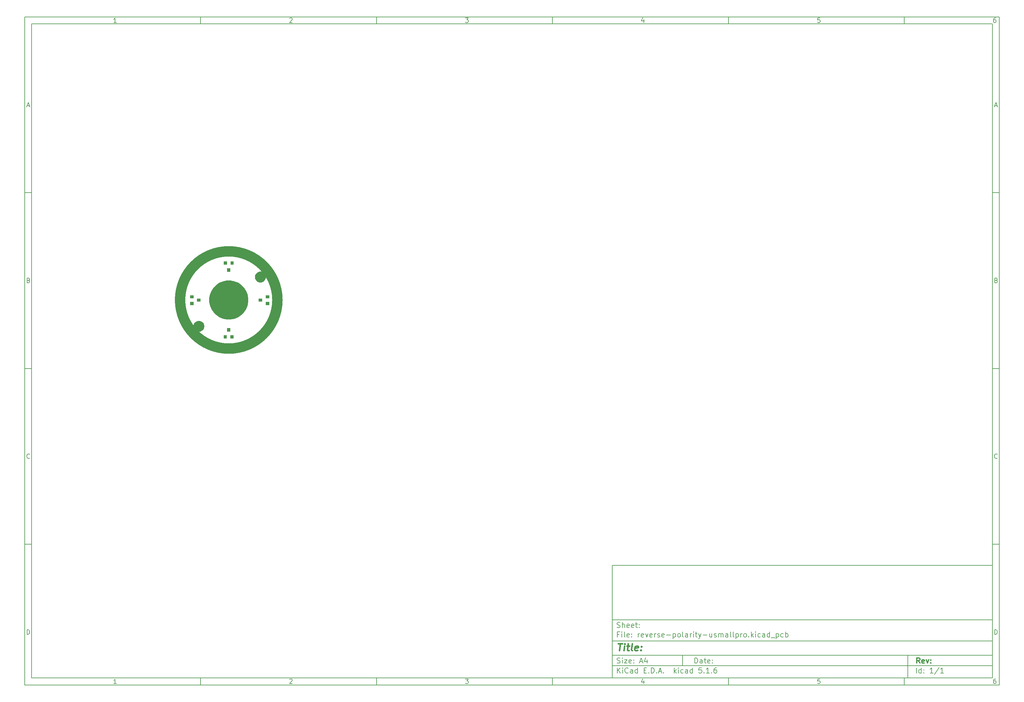
<source format=gbr>
G04 #@! TF.GenerationSoftware,KiCad,Pcbnew,5.1.6*
G04 #@! TF.CreationDate,2020-09-05T15:35:29+02:00*
G04 #@! TF.ProjectId,reverse-polarity-usmallpro,72657665-7273-4652-9d70-6f6c61726974,rev?*
G04 #@! TF.SameCoordinates,Original*
G04 #@! TF.FileFunction,Soldermask,Top*
G04 #@! TF.FilePolarity,Negative*
%FSLAX46Y46*%
G04 Gerber Fmt 4.6, Leading zero omitted, Abs format (unit mm)*
G04 Created by KiCad (PCBNEW 5.1.6) date 2020-09-05 15:35:29*
%MOMM*%
%LPD*%
G01*
G04 APERTURE LIST*
%ADD10C,0.100000*%
%ADD11C,0.150000*%
%ADD12C,0.300000*%
%ADD13C,0.400000*%
%ADD14C,3.000000*%
G04 APERTURE END LIST*
D10*
D11*
X177002200Y-166007200D02*
X177002200Y-198007200D01*
X285002200Y-198007200D01*
X285002200Y-166007200D01*
X177002200Y-166007200D01*
D10*
D11*
X10000000Y-10000000D02*
X10000000Y-200007200D01*
X287002200Y-200007200D01*
X287002200Y-10000000D01*
X10000000Y-10000000D01*
D10*
D11*
X12000000Y-12000000D02*
X12000000Y-198007200D01*
X285002200Y-198007200D01*
X285002200Y-12000000D01*
X12000000Y-12000000D01*
D10*
D11*
X60000000Y-12000000D02*
X60000000Y-10000000D01*
D10*
D11*
X110000000Y-12000000D02*
X110000000Y-10000000D01*
D10*
D11*
X160000000Y-12000000D02*
X160000000Y-10000000D01*
D10*
D11*
X210000000Y-12000000D02*
X210000000Y-10000000D01*
D10*
D11*
X260000000Y-12000000D02*
X260000000Y-10000000D01*
D10*
D11*
X36065476Y-11588095D02*
X35322619Y-11588095D01*
X35694047Y-11588095D02*
X35694047Y-10288095D01*
X35570238Y-10473809D01*
X35446428Y-10597619D01*
X35322619Y-10659523D01*
D10*
D11*
X85322619Y-10411904D02*
X85384523Y-10350000D01*
X85508333Y-10288095D01*
X85817857Y-10288095D01*
X85941666Y-10350000D01*
X86003571Y-10411904D01*
X86065476Y-10535714D01*
X86065476Y-10659523D01*
X86003571Y-10845238D01*
X85260714Y-11588095D01*
X86065476Y-11588095D01*
D10*
D11*
X135260714Y-10288095D02*
X136065476Y-10288095D01*
X135632142Y-10783333D01*
X135817857Y-10783333D01*
X135941666Y-10845238D01*
X136003571Y-10907142D01*
X136065476Y-11030952D01*
X136065476Y-11340476D01*
X136003571Y-11464285D01*
X135941666Y-11526190D01*
X135817857Y-11588095D01*
X135446428Y-11588095D01*
X135322619Y-11526190D01*
X135260714Y-11464285D01*
D10*
D11*
X185941666Y-10721428D02*
X185941666Y-11588095D01*
X185632142Y-10226190D02*
X185322619Y-11154761D01*
X186127380Y-11154761D01*
D10*
D11*
X236003571Y-10288095D02*
X235384523Y-10288095D01*
X235322619Y-10907142D01*
X235384523Y-10845238D01*
X235508333Y-10783333D01*
X235817857Y-10783333D01*
X235941666Y-10845238D01*
X236003571Y-10907142D01*
X236065476Y-11030952D01*
X236065476Y-11340476D01*
X236003571Y-11464285D01*
X235941666Y-11526190D01*
X235817857Y-11588095D01*
X235508333Y-11588095D01*
X235384523Y-11526190D01*
X235322619Y-11464285D01*
D10*
D11*
X285941666Y-10288095D02*
X285694047Y-10288095D01*
X285570238Y-10350000D01*
X285508333Y-10411904D01*
X285384523Y-10597619D01*
X285322619Y-10845238D01*
X285322619Y-11340476D01*
X285384523Y-11464285D01*
X285446428Y-11526190D01*
X285570238Y-11588095D01*
X285817857Y-11588095D01*
X285941666Y-11526190D01*
X286003571Y-11464285D01*
X286065476Y-11340476D01*
X286065476Y-11030952D01*
X286003571Y-10907142D01*
X285941666Y-10845238D01*
X285817857Y-10783333D01*
X285570238Y-10783333D01*
X285446428Y-10845238D01*
X285384523Y-10907142D01*
X285322619Y-11030952D01*
D10*
D11*
X60000000Y-198007200D02*
X60000000Y-200007200D01*
D10*
D11*
X110000000Y-198007200D02*
X110000000Y-200007200D01*
D10*
D11*
X160000000Y-198007200D02*
X160000000Y-200007200D01*
D10*
D11*
X210000000Y-198007200D02*
X210000000Y-200007200D01*
D10*
D11*
X260000000Y-198007200D02*
X260000000Y-200007200D01*
D10*
D11*
X36065476Y-199595295D02*
X35322619Y-199595295D01*
X35694047Y-199595295D02*
X35694047Y-198295295D01*
X35570238Y-198481009D01*
X35446428Y-198604819D01*
X35322619Y-198666723D01*
D10*
D11*
X85322619Y-198419104D02*
X85384523Y-198357200D01*
X85508333Y-198295295D01*
X85817857Y-198295295D01*
X85941666Y-198357200D01*
X86003571Y-198419104D01*
X86065476Y-198542914D01*
X86065476Y-198666723D01*
X86003571Y-198852438D01*
X85260714Y-199595295D01*
X86065476Y-199595295D01*
D10*
D11*
X135260714Y-198295295D02*
X136065476Y-198295295D01*
X135632142Y-198790533D01*
X135817857Y-198790533D01*
X135941666Y-198852438D01*
X136003571Y-198914342D01*
X136065476Y-199038152D01*
X136065476Y-199347676D01*
X136003571Y-199471485D01*
X135941666Y-199533390D01*
X135817857Y-199595295D01*
X135446428Y-199595295D01*
X135322619Y-199533390D01*
X135260714Y-199471485D01*
D10*
D11*
X185941666Y-198728628D02*
X185941666Y-199595295D01*
X185632142Y-198233390D02*
X185322619Y-199161961D01*
X186127380Y-199161961D01*
D10*
D11*
X236003571Y-198295295D02*
X235384523Y-198295295D01*
X235322619Y-198914342D01*
X235384523Y-198852438D01*
X235508333Y-198790533D01*
X235817857Y-198790533D01*
X235941666Y-198852438D01*
X236003571Y-198914342D01*
X236065476Y-199038152D01*
X236065476Y-199347676D01*
X236003571Y-199471485D01*
X235941666Y-199533390D01*
X235817857Y-199595295D01*
X235508333Y-199595295D01*
X235384523Y-199533390D01*
X235322619Y-199471485D01*
D10*
D11*
X285941666Y-198295295D02*
X285694047Y-198295295D01*
X285570238Y-198357200D01*
X285508333Y-198419104D01*
X285384523Y-198604819D01*
X285322619Y-198852438D01*
X285322619Y-199347676D01*
X285384523Y-199471485D01*
X285446428Y-199533390D01*
X285570238Y-199595295D01*
X285817857Y-199595295D01*
X285941666Y-199533390D01*
X286003571Y-199471485D01*
X286065476Y-199347676D01*
X286065476Y-199038152D01*
X286003571Y-198914342D01*
X285941666Y-198852438D01*
X285817857Y-198790533D01*
X285570238Y-198790533D01*
X285446428Y-198852438D01*
X285384523Y-198914342D01*
X285322619Y-199038152D01*
D10*
D11*
X10000000Y-60000000D02*
X12000000Y-60000000D01*
D10*
D11*
X10000000Y-110000000D02*
X12000000Y-110000000D01*
D10*
D11*
X10000000Y-160000000D02*
X12000000Y-160000000D01*
D10*
D11*
X10690476Y-35216666D02*
X11309523Y-35216666D01*
X10566666Y-35588095D02*
X11000000Y-34288095D01*
X11433333Y-35588095D01*
D10*
D11*
X11092857Y-84907142D02*
X11278571Y-84969047D01*
X11340476Y-85030952D01*
X11402380Y-85154761D01*
X11402380Y-85340476D01*
X11340476Y-85464285D01*
X11278571Y-85526190D01*
X11154761Y-85588095D01*
X10659523Y-85588095D01*
X10659523Y-84288095D01*
X11092857Y-84288095D01*
X11216666Y-84350000D01*
X11278571Y-84411904D01*
X11340476Y-84535714D01*
X11340476Y-84659523D01*
X11278571Y-84783333D01*
X11216666Y-84845238D01*
X11092857Y-84907142D01*
X10659523Y-84907142D01*
D10*
D11*
X11402380Y-135464285D02*
X11340476Y-135526190D01*
X11154761Y-135588095D01*
X11030952Y-135588095D01*
X10845238Y-135526190D01*
X10721428Y-135402380D01*
X10659523Y-135278571D01*
X10597619Y-135030952D01*
X10597619Y-134845238D01*
X10659523Y-134597619D01*
X10721428Y-134473809D01*
X10845238Y-134350000D01*
X11030952Y-134288095D01*
X11154761Y-134288095D01*
X11340476Y-134350000D01*
X11402380Y-134411904D01*
D10*
D11*
X10659523Y-185588095D02*
X10659523Y-184288095D01*
X10969047Y-184288095D01*
X11154761Y-184350000D01*
X11278571Y-184473809D01*
X11340476Y-184597619D01*
X11402380Y-184845238D01*
X11402380Y-185030952D01*
X11340476Y-185278571D01*
X11278571Y-185402380D01*
X11154761Y-185526190D01*
X10969047Y-185588095D01*
X10659523Y-185588095D01*
D10*
D11*
X287002200Y-60000000D02*
X285002200Y-60000000D01*
D10*
D11*
X287002200Y-110000000D02*
X285002200Y-110000000D01*
D10*
D11*
X287002200Y-160000000D02*
X285002200Y-160000000D01*
D10*
D11*
X285692676Y-35216666D02*
X286311723Y-35216666D01*
X285568866Y-35588095D02*
X286002200Y-34288095D01*
X286435533Y-35588095D01*
D10*
D11*
X286095057Y-84907142D02*
X286280771Y-84969047D01*
X286342676Y-85030952D01*
X286404580Y-85154761D01*
X286404580Y-85340476D01*
X286342676Y-85464285D01*
X286280771Y-85526190D01*
X286156961Y-85588095D01*
X285661723Y-85588095D01*
X285661723Y-84288095D01*
X286095057Y-84288095D01*
X286218866Y-84350000D01*
X286280771Y-84411904D01*
X286342676Y-84535714D01*
X286342676Y-84659523D01*
X286280771Y-84783333D01*
X286218866Y-84845238D01*
X286095057Y-84907142D01*
X285661723Y-84907142D01*
D10*
D11*
X286404580Y-135464285D02*
X286342676Y-135526190D01*
X286156961Y-135588095D01*
X286033152Y-135588095D01*
X285847438Y-135526190D01*
X285723628Y-135402380D01*
X285661723Y-135278571D01*
X285599819Y-135030952D01*
X285599819Y-134845238D01*
X285661723Y-134597619D01*
X285723628Y-134473809D01*
X285847438Y-134350000D01*
X286033152Y-134288095D01*
X286156961Y-134288095D01*
X286342676Y-134350000D01*
X286404580Y-134411904D01*
D10*
D11*
X285661723Y-185588095D02*
X285661723Y-184288095D01*
X285971247Y-184288095D01*
X286156961Y-184350000D01*
X286280771Y-184473809D01*
X286342676Y-184597619D01*
X286404580Y-184845238D01*
X286404580Y-185030952D01*
X286342676Y-185278571D01*
X286280771Y-185402380D01*
X286156961Y-185526190D01*
X285971247Y-185588095D01*
X285661723Y-185588095D01*
D10*
D11*
X200434342Y-193785771D02*
X200434342Y-192285771D01*
X200791485Y-192285771D01*
X201005771Y-192357200D01*
X201148628Y-192500057D01*
X201220057Y-192642914D01*
X201291485Y-192928628D01*
X201291485Y-193142914D01*
X201220057Y-193428628D01*
X201148628Y-193571485D01*
X201005771Y-193714342D01*
X200791485Y-193785771D01*
X200434342Y-193785771D01*
X202577200Y-193785771D02*
X202577200Y-193000057D01*
X202505771Y-192857200D01*
X202362914Y-192785771D01*
X202077200Y-192785771D01*
X201934342Y-192857200D01*
X202577200Y-193714342D02*
X202434342Y-193785771D01*
X202077200Y-193785771D01*
X201934342Y-193714342D01*
X201862914Y-193571485D01*
X201862914Y-193428628D01*
X201934342Y-193285771D01*
X202077200Y-193214342D01*
X202434342Y-193214342D01*
X202577200Y-193142914D01*
X203077200Y-192785771D02*
X203648628Y-192785771D01*
X203291485Y-192285771D02*
X203291485Y-193571485D01*
X203362914Y-193714342D01*
X203505771Y-193785771D01*
X203648628Y-193785771D01*
X204720057Y-193714342D02*
X204577200Y-193785771D01*
X204291485Y-193785771D01*
X204148628Y-193714342D01*
X204077200Y-193571485D01*
X204077200Y-193000057D01*
X204148628Y-192857200D01*
X204291485Y-192785771D01*
X204577200Y-192785771D01*
X204720057Y-192857200D01*
X204791485Y-193000057D01*
X204791485Y-193142914D01*
X204077200Y-193285771D01*
X205434342Y-193642914D02*
X205505771Y-193714342D01*
X205434342Y-193785771D01*
X205362914Y-193714342D01*
X205434342Y-193642914D01*
X205434342Y-193785771D01*
X205434342Y-192857200D02*
X205505771Y-192928628D01*
X205434342Y-193000057D01*
X205362914Y-192928628D01*
X205434342Y-192857200D01*
X205434342Y-193000057D01*
D10*
D11*
X177002200Y-194507200D02*
X285002200Y-194507200D01*
D10*
D11*
X178434342Y-196585771D02*
X178434342Y-195085771D01*
X179291485Y-196585771D02*
X178648628Y-195728628D01*
X179291485Y-195085771D02*
X178434342Y-195942914D01*
X179934342Y-196585771D02*
X179934342Y-195585771D01*
X179934342Y-195085771D02*
X179862914Y-195157200D01*
X179934342Y-195228628D01*
X180005771Y-195157200D01*
X179934342Y-195085771D01*
X179934342Y-195228628D01*
X181505771Y-196442914D02*
X181434342Y-196514342D01*
X181220057Y-196585771D01*
X181077200Y-196585771D01*
X180862914Y-196514342D01*
X180720057Y-196371485D01*
X180648628Y-196228628D01*
X180577200Y-195942914D01*
X180577200Y-195728628D01*
X180648628Y-195442914D01*
X180720057Y-195300057D01*
X180862914Y-195157200D01*
X181077200Y-195085771D01*
X181220057Y-195085771D01*
X181434342Y-195157200D01*
X181505771Y-195228628D01*
X182791485Y-196585771D02*
X182791485Y-195800057D01*
X182720057Y-195657200D01*
X182577200Y-195585771D01*
X182291485Y-195585771D01*
X182148628Y-195657200D01*
X182791485Y-196514342D02*
X182648628Y-196585771D01*
X182291485Y-196585771D01*
X182148628Y-196514342D01*
X182077200Y-196371485D01*
X182077200Y-196228628D01*
X182148628Y-196085771D01*
X182291485Y-196014342D01*
X182648628Y-196014342D01*
X182791485Y-195942914D01*
X184148628Y-196585771D02*
X184148628Y-195085771D01*
X184148628Y-196514342D02*
X184005771Y-196585771D01*
X183720057Y-196585771D01*
X183577200Y-196514342D01*
X183505771Y-196442914D01*
X183434342Y-196300057D01*
X183434342Y-195871485D01*
X183505771Y-195728628D01*
X183577200Y-195657200D01*
X183720057Y-195585771D01*
X184005771Y-195585771D01*
X184148628Y-195657200D01*
X186005771Y-195800057D02*
X186505771Y-195800057D01*
X186720057Y-196585771D02*
X186005771Y-196585771D01*
X186005771Y-195085771D01*
X186720057Y-195085771D01*
X187362914Y-196442914D02*
X187434342Y-196514342D01*
X187362914Y-196585771D01*
X187291485Y-196514342D01*
X187362914Y-196442914D01*
X187362914Y-196585771D01*
X188077200Y-196585771D02*
X188077200Y-195085771D01*
X188434342Y-195085771D01*
X188648628Y-195157200D01*
X188791485Y-195300057D01*
X188862914Y-195442914D01*
X188934342Y-195728628D01*
X188934342Y-195942914D01*
X188862914Y-196228628D01*
X188791485Y-196371485D01*
X188648628Y-196514342D01*
X188434342Y-196585771D01*
X188077200Y-196585771D01*
X189577200Y-196442914D02*
X189648628Y-196514342D01*
X189577200Y-196585771D01*
X189505771Y-196514342D01*
X189577200Y-196442914D01*
X189577200Y-196585771D01*
X190220057Y-196157200D02*
X190934342Y-196157200D01*
X190077200Y-196585771D02*
X190577200Y-195085771D01*
X191077200Y-196585771D01*
X191577200Y-196442914D02*
X191648628Y-196514342D01*
X191577200Y-196585771D01*
X191505771Y-196514342D01*
X191577200Y-196442914D01*
X191577200Y-196585771D01*
X194577200Y-196585771D02*
X194577200Y-195085771D01*
X194720057Y-196014342D02*
X195148628Y-196585771D01*
X195148628Y-195585771D02*
X194577200Y-196157200D01*
X195791485Y-196585771D02*
X195791485Y-195585771D01*
X195791485Y-195085771D02*
X195720057Y-195157200D01*
X195791485Y-195228628D01*
X195862914Y-195157200D01*
X195791485Y-195085771D01*
X195791485Y-195228628D01*
X197148628Y-196514342D02*
X197005771Y-196585771D01*
X196720057Y-196585771D01*
X196577200Y-196514342D01*
X196505771Y-196442914D01*
X196434342Y-196300057D01*
X196434342Y-195871485D01*
X196505771Y-195728628D01*
X196577200Y-195657200D01*
X196720057Y-195585771D01*
X197005771Y-195585771D01*
X197148628Y-195657200D01*
X198434342Y-196585771D02*
X198434342Y-195800057D01*
X198362914Y-195657200D01*
X198220057Y-195585771D01*
X197934342Y-195585771D01*
X197791485Y-195657200D01*
X198434342Y-196514342D02*
X198291485Y-196585771D01*
X197934342Y-196585771D01*
X197791485Y-196514342D01*
X197720057Y-196371485D01*
X197720057Y-196228628D01*
X197791485Y-196085771D01*
X197934342Y-196014342D01*
X198291485Y-196014342D01*
X198434342Y-195942914D01*
X199791485Y-196585771D02*
X199791485Y-195085771D01*
X199791485Y-196514342D02*
X199648628Y-196585771D01*
X199362914Y-196585771D01*
X199220057Y-196514342D01*
X199148628Y-196442914D01*
X199077200Y-196300057D01*
X199077200Y-195871485D01*
X199148628Y-195728628D01*
X199220057Y-195657200D01*
X199362914Y-195585771D01*
X199648628Y-195585771D01*
X199791485Y-195657200D01*
X202362914Y-195085771D02*
X201648628Y-195085771D01*
X201577200Y-195800057D01*
X201648628Y-195728628D01*
X201791485Y-195657200D01*
X202148628Y-195657200D01*
X202291485Y-195728628D01*
X202362914Y-195800057D01*
X202434342Y-195942914D01*
X202434342Y-196300057D01*
X202362914Y-196442914D01*
X202291485Y-196514342D01*
X202148628Y-196585771D01*
X201791485Y-196585771D01*
X201648628Y-196514342D01*
X201577200Y-196442914D01*
X203077200Y-196442914D02*
X203148628Y-196514342D01*
X203077200Y-196585771D01*
X203005771Y-196514342D01*
X203077200Y-196442914D01*
X203077200Y-196585771D01*
X204577200Y-196585771D02*
X203720057Y-196585771D01*
X204148628Y-196585771D02*
X204148628Y-195085771D01*
X204005771Y-195300057D01*
X203862914Y-195442914D01*
X203720057Y-195514342D01*
X205220057Y-196442914D02*
X205291485Y-196514342D01*
X205220057Y-196585771D01*
X205148628Y-196514342D01*
X205220057Y-196442914D01*
X205220057Y-196585771D01*
X206577200Y-195085771D02*
X206291485Y-195085771D01*
X206148628Y-195157200D01*
X206077200Y-195228628D01*
X205934342Y-195442914D01*
X205862914Y-195728628D01*
X205862914Y-196300057D01*
X205934342Y-196442914D01*
X206005771Y-196514342D01*
X206148628Y-196585771D01*
X206434342Y-196585771D01*
X206577200Y-196514342D01*
X206648628Y-196442914D01*
X206720057Y-196300057D01*
X206720057Y-195942914D01*
X206648628Y-195800057D01*
X206577200Y-195728628D01*
X206434342Y-195657200D01*
X206148628Y-195657200D01*
X206005771Y-195728628D01*
X205934342Y-195800057D01*
X205862914Y-195942914D01*
D10*
D11*
X177002200Y-191507200D02*
X285002200Y-191507200D01*
D10*
D12*
X264411485Y-193785771D02*
X263911485Y-193071485D01*
X263554342Y-193785771D02*
X263554342Y-192285771D01*
X264125771Y-192285771D01*
X264268628Y-192357200D01*
X264340057Y-192428628D01*
X264411485Y-192571485D01*
X264411485Y-192785771D01*
X264340057Y-192928628D01*
X264268628Y-193000057D01*
X264125771Y-193071485D01*
X263554342Y-193071485D01*
X265625771Y-193714342D02*
X265482914Y-193785771D01*
X265197200Y-193785771D01*
X265054342Y-193714342D01*
X264982914Y-193571485D01*
X264982914Y-193000057D01*
X265054342Y-192857200D01*
X265197200Y-192785771D01*
X265482914Y-192785771D01*
X265625771Y-192857200D01*
X265697200Y-193000057D01*
X265697200Y-193142914D01*
X264982914Y-193285771D01*
X266197200Y-192785771D02*
X266554342Y-193785771D01*
X266911485Y-192785771D01*
X267482914Y-193642914D02*
X267554342Y-193714342D01*
X267482914Y-193785771D01*
X267411485Y-193714342D01*
X267482914Y-193642914D01*
X267482914Y-193785771D01*
X267482914Y-192857200D02*
X267554342Y-192928628D01*
X267482914Y-193000057D01*
X267411485Y-192928628D01*
X267482914Y-192857200D01*
X267482914Y-193000057D01*
D10*
D11*
X178362914Y-193714342D02*
X178577200Y-193785771D01*
X178934342Y-193785771D01*
X179077200Y-193714342D01*
X179148628Y-193642914D01*
X179220057Y-193500057D01*
X179220057Y-193357200D01*
X179148628Y-193214342D01*
X179077200Y-193142914D01*
X178934342Y-193071485D01*
X178648628Y-193000057D01*
X178505771Y-192928628D01*
X178434342Y-192857200D01*
X178362914Y-192714342D01*
X178362914Y-192571485D01*
X178434342Y-192428628D01*
X178505771Y-192357200D01*
X178648628Y-192285771D01*
X179005771Y-192285771D01*
X179220057Y-192357200D01*
X179862914Y-193785771D02*
X179862914Y-192785771D01*
X179862914Y-192285771D02*
X179791485Y-192357200D01*
X179862914Y-192428628D01*
X179934342Y-192357200D01*
X179862914Y-192285771D01*
X179862914Y-192428628D01*
X180434342Y-192785771D02*
X181220057Y-192785771D01*
X180434342Y-193785771D01*
X181220057Y-193785771D01*
X182362914Y-193714342D02*
X182220057Y-193785771D01*
X181934342Y-193785771D01*
X181791485Y-193714342D01*
X181720057Y-193571485D01*
X181720057Y-193000057D01*
X181791485Y-192857200D01*
X181934342Y-192785771D01*
X182220057Y-192785771D01*
X182362914Y-192857200D01*
X182434342Y-193000057D01*
X182434342Y-193142914D01*
X181720057Y-193285771D01*
X183077200Y-193642914D02*
X183148628Y-193714342D01*
X183077200Y-193785771D01*
X183005771Y-193714342D01*
X183077200Y-193642914D01*
X183077200Y-193785771D01*
X183077200Y-192857200D02*
X183148628Y-192928628D01*
X183077200Y-193000057D01*
X183005771Y-192928628D01*
X183077200Y-192857200D01*
X183077200Y-193000057D01*
X184862914Y-193357200D02*
X185577200Y-193357200D01*
X184720057Y-193785771D02*
X185220057Y-192285771D01*
X185720057Y-193785771D01*
X186862914Y-192785771D02*
X186862914Y-193785771D01*
X186505771Y-192214342D02*
X186148628Y-193285771D01*
X187077200Y-193285771D01*
D10*
D11*
X263434342Y-196585771D02*
X263434342Y-195085771D01*
X264791485Y-196585771D02*
X264791485Y-195085771D01*
X264791485Y-196514342D02*
X264648628Y-196585771D01*
X264362914Y-196585771D01*
X264220057Y-196514342D01*
X264148628Y-196442914D01*
X264077200Y-196300057D01*
X264077200Y-195871485D01*
X264148628Y-195728628D01*
X264220057Y-195657200D01*
X264362914Y-195585771D01*
X264648628Y-195585771D01*
X264791485Y-195657200D01*
X265505771Y-196442914D02*
X265577200Y-196514342D01*
X265505771Y-196585771D01*
X265434342Y-196514342D01*
X265505771Y-196442914D01*
X265505771Y-196585771D01*
X265505771Y-195657200D02*
X265577200Y-195728628D01*
X265505771Y-195800057D01*
X265434342Y-195728628D01*
X265505771Y-195657200D01*
X265505771Y-195800057D01*
X268148628Y-196585771D02*
X267291485Y-196585771D01*
X267720057Y-196585771D02*
X267720057Y-195085771D01*
X267577200Y-195300057D01*
X267434342Y-195442914D01*
X267291485Y-195514342D01*
X269862914Y-195014342D02*
X268577200Y-196942914D01*
X271148628Y-196585771D02*
X270291485Y-196585771D01*
X270720057Y-196585771D02*
X270720057Y-195085771D01*
X270577200Y-195300057D01*
X270434342Y-195442914D01*
X270291485Y-195514342D01*
D10*
D11*
X177002200Y-187507200D02*
X285002200Y-187507200D01*
D10*
D13*
X178714580Y-188211961D02*
X179857438Y-188211961D01*
X179036009Y-190211961D02*
X179286009Y-188211961D01*
X180274104Y-190211961D02*
X180440771Y-188878628D01*
X180524104Y-188211961D02*
X180416961Y-188307200D01*
X180500295Y-188402438D01*
X180607438Y-188307200D01*
X180524104Y-188211961D01*
X180500295Y-188402438D01*
X181107438Y-188878628D02*
X181869342Y-188878628D01*
X181476485Y-188211961D02*
X181262200Y-189926247D01*
X181333628Y-190116723D01*
X181512200Y-190211961D01*
X181702676Y-190211961D01*
X182655057Y-190211961D02*
X182476485Y-190116723D01*
X182405057Y-189926247D01*
X182619342Y-188211961D01*
X184190771Y-190116723D02*
X183988390Y-190211961D01*
X183607438Y-190211961D01*
X183428866Y-190116723D01*
X183357438Y-189926247D01*
X183452676Y-189164342D01*
X183571723Y-188973866D01*
X183774104Y-188878628D01*
X184155057Y-188878628D01*
X184333628Y-188973866D01*
X184405057Y-189164342D01*
X184381247Y-189354819D01*
X183405057Y-189545295D01*
X185155057Y-190021485D02*
X185238390Y-190116723D01*
X185131247Y-190211961D01*
X185047914Y-190116723D01*
X185155057Y-190021485D01*
X185131247Y-190211961D01*
X185286009Y-188973866D02*
X185369342Y-189069104D01*
X185262200Y-189164342D01*
X185178866Y-189069104D01*
X185286009Y-188973866D01*
X185262200Y-189164342D01*
D10*
D11*
X178934342Y-185600057D02*
X178434342Y-185600057D01*
X178434342Y-186385771D02*
X178434342Y-184885771D01*
X179148628Y-184885771D01*
X179720057Y-186385771D02*
X179720057Y-185385771D01*
X179720057Y-184885771D02*
X179648628Y-184957200D01*
X179720057Y-185028628D01*
X179791485Y-184957200D01*
X179720057Y-184885771D01*
X179720057Y-185028628D01*
X180648628Y-186385771D02*
X180505771Y-186314342D01*
X180434342Y-186171485D01*
X180434342Y-184885771D01*
X181791485Y-186314342D02*
X181648628Y-186385771D01*
X181362914Y-186385771D01*
X181220057Y-186314342D01*
X181148628Y-186171485D01*
X181148628Y-185600057D01*
X181220057Y-185457200D01*
X181362914Y-185385771D01*
X181648628Y-185385771D01*
X181791485Y-185457200D01*
X181862914Y-185600057D01*
X181862914Y-185742914D01*
X181148628Y-185885771D01*
X182505771Y-186242914D02*
X182577200Y-186314342D01*
X182505771Y-186385771D01*
X182434342Y-186314342D01*
X182505771Y-186242914D01*
X182505771Y-186385771D01*
X182505771Y-185457200D02*
X182577200Y-185528628D01*
X182505771Y-185600057D01*
X182434342Y-185528628D01*
X182505771Y-185457200D01*
X182505771Y-185600057D01*
X184362914Y-186385771D02*
X184362914Y-185385771D01*
X184362914Y-185671485D02*
X184434342Y-185528628D01*
X184505771Y-185457200D01*
X184648628Y-185385771D01*
X184791485Y-185385771D01*
X185862914Y-186314342D02*
X185720057Y-186385771D01*
X185434342Y-186385771D01*
X185291485Y-186314342D01*
X185220057Y-186171485D01*
X185220057Y-185600057D01*
X185291485Y-185457200D01*
X185434342Y-185385771D01*
X185720057Y-185385771D01*
X185862914Y-185457200D01*
X185934342Y-185600057D01*
X185934342Y-185742914D01*
X185220057Y-185885771D01*
X186434342Y-185385771D02*
X186791485Y-186385771D01*
X187148628Y-185385771D01*
X188291485Y-186314342D02*
X188148628Y-186385771D01*
X187862914Y-186385771D01*
X187720057Y-186314342D01*
X187648628Y-186171485D01*
X187648628Y-185600057D01*
X187720057Y-185457200D01*
X187862914Y-185385771D01*
X188148628Y-185385771D01*
X188291485Y-185457200D01*
X188362914Y-185600057D01*
X188362914Y-185742914D01*
X187648628Y-185885771D01*
X189005771Y-186385771D02*
X189005771Y-185385771D01*
X189005771Y-185671485D02*
X189077200Y-185528628D01*
X189148628Y-185457200D01*
X189291485Y-185385771D01*
X189434342Y-185385771D01*
X189862914Y-186314342D02*
X190005771Y-186385771D01*
X190291485Y-186385771D01*
X190434342Y-186314342D01*
X190505771Y-186171485D01*
X190505771Y-186100057D01*
X190434342Y-185957200D01*
X190291485Y-185885771D01*
X190077200Y-185885771D01*
X189934342Y-185814342D01*
X189862914Y-185671485D01*
X189862914Y-185600057D01*
X189934342Y-185457200D01*
X190077200Y-185385771D01*
X190291485Y-185385771D01*
X190434342Y-185457200D01*
X191720057Y-186314342D02*
X191577200Y-186385771D01*
X191291485Y-186385771D01*
X191148628Y-186314342D01*
X191077200Y-186171485D01*
X191077200Y-185600057D01*
X191148628Y-185457200D01*
X191291485Y-185385771D01*
X191577200Y-185385771D01*
X191720057Y-185457200D01*
X191791485Y-185600057D01*
X191791485Y-185742914D01*
X191077200Y-185885771D01*
X192434342Y-185814342D02*
X193577200Y-185814342D01*
X194291485Y-185385771D02*
X194291485Y-186885771D01*
X194291485Y-185457200D02*
X194434342Y-185385771D01*
X194720057Y-185385771D01*
X194862914Y-185457200D01*
X194934342Y-185528628D01*
X195005771Y-185671485D01*
X195005771Y-186100057D01*
X194934342Y-186242914D01*
X194862914Y-186314342D01*
X194720057Y-186385771D01*
X194434342Y-186385771D01*
X194291485Y-186314342D01*
X195862914Y-186385771D02*
X195720057Y-186314342D01*
X195648628Y-186242914D01*
X195577200Y-186100057D01*
X195577200Y-185671485D01*
X195648628Y-185528628D01*
X195720057Y-185457200D01*
X195862914Y-185385771D01*
X196077200Y-185385771D01*
X196220057Y-185457200D01*
X196291485Y-185528628D01*
X196362914Y-185671485D01*
X196362914Y-186100057D01*
X196291485Y-186242914D01*
X196220057Y-186314342D01*
X196077200Y-186385771D01*
X195862914Y-186385771D01*
X197220057Y-186385771D02*
X197077200Y-186314342D01*
X197005771Y-186171485D01*
X197005771Y-184885771D01*
X198434342Y-186385771D02*
X198434342Y-185600057D01*
X198362914Y-185457200D01*
X198220057Y-185385771D01*
X197934342Y-185385771D01*
X197791485Y-185457200D01*
X198434342Y-186314342D02*
X198291485Y-186385771D01*
X197934342Y-186385771D01*
X197791485Y-186314342D01*
X197720057Y-186171485D01*
X197720057Y-186028628D01*
X197791485Y-185885771D01*
X197934342Y-185814342D01*
X198291485Y-185814342D01*
X198434342Y-185742914D01*
X199148628Y-186385771D02*
X199148628Y-185385771D01*
X199148628Y-185671485D02*
X199220057Y-185528628D01*
X199291485Y-185457200D01*
X199434342Y-185385771D01*
X199577200Y-185385771D01*
X200077200Y-186385771D02*
X200077200Y-185385771D01*
X200077200Y-184885771D02*
X200005771Y-184957200D01*
X200077200Y-185028628D01*
X200148628Y-184957200D01*
X200077200Y-184885771D01*
X200077200Y-185028628D01*
X200577200Y-185385771D02*
X201148628Y-185385771D01*
X200791485Y-184885771D02*
X200791485Y-186171485D01*
X200862914Y-186314342D01*
X201005771Y-186385771D01*
X201148628Y-186385771D01*
X201505771Y-185385771D02*
X201862914Y-186385771D01*
X202220057Y-185385771D02*
X201862914Y-186385771D01*
X201720057Y-186742914D01*
X201648628Y-186814342D01*
X201505771Y-186885771D01*
X202791485Y-185814342D02*
X203934342Y-185814342D01*
X205291485Y-185385771D02*
X205291485Y-186385771D01*
X204648628Y-185385771D02*
X204648628Y-186171485D01*
X204720057Y-186314342D01*
X204862914Y-186385771D01*
X205077200Y-186385771D01*
X205220057Y-186314342D01*
X205291485Y-186242914D01*
X205934342Y-186314342D02*
X206077200Y-186385771D01*
X206362914Y-186385771D01*
X206505771Y-186314342D01*
X206577200Y-186171485D01*
X206577200Y-186100057D01*
X206505771Y-185957200D01*
X206362914Y-185885771D01*
X206148628Y-185885771D01*
X206005771Y-185814342D01*
X205934342Y-185671485D01*
X205934342Y-185600057D01*
X206005771Y-185457200D01*
X206148628Y-185385771D01*
X206362914Y-185385771D01*
X206505771Y-185457200D01*
X207220057Y-186385771D02*
X207220057Y-185385771D01*
X207220057Y-185528628D02*
X207291485Y-185457200D01*
X207434342Y-185385771D01*
X207648628Y-185385771D01*
X207791485Y-185457200D01*
X207862914Y-185600057D01*
X207862914Y-186385771D01*
X207862914Y-185600057D02*
X207934342Y-185457200D01*
X208077200Y-185385771D01*
X208291485Y-185385771D01*
X208434342Y-185457200D01*
X208505771Y-185600057D01*
X208505771Y-186385771D01*
X209862914Y-186385771D02*
X209862914Y-185600057D01*
X209791485Y-185457200D01*
X209648628Y-185385771D01*
X209362914Y-185385771D01*
X209220057Y-185457200D01*
X209862914Y-186314342D02*
X209720057Y-186385771D01*
X209362914Y-186385771D01*
X209220057Y-186314342D01*
X209148628Y-186171485D01*
X209148628Y-186028628D01*
X209220057Y-185885771D01*
X209362914Y-185814342D01*
X209720057Y-185814342D01*
X209862914Y-185742914D01*
X210791485Y-186385771D02*
X210648628Y-186314342D01*
X210577200Y-186171485D01*
X210577200Y-184885771D01*
X211577200Y-186385771D02*
X211434342Y-186314342D01*
X211362914Y-186171485D01*
X211362914Y-184885771D01*
X212148628Y-185385771D02*
X212148628Y-186885771D01*
X212148628Y-185457200D02*
X212291485Y-185385771D01*
X212577200Y-185385771D01*
X212720057Y-185457200D01*
X212791485Y-185528628D01*
X212862914Y-185671485D01*
X212862914Y-186100057D01*
X212791485Y-186242914D01*
X212720057Y-186314342D01*
X212577200Y-186385771D01*
X212291485Y-186385771D01*
X212148628Y-186314342D01*
X213505771Y-186385771D02*
X213505771Y-185385771D01*
X213505771Y-185671485D02*
X213577200Y-185528628D01*
X213648628Y-185457200D01*
X213791485Y-185385771D01*
X213934342Y-185385771D01*
X214648628Y-186385771D02*
X214505771Y-186314342D01*
X214434342Y-186242914D01*
X214362914Y-186100057D01*
X214362914Y-185671485D01*
X214434342Y-185528628D01*
X214505771Y-185457200D01*
X214648628Y-185385771D01*
X214862914Y-185385771D01*
X215005771Y-185457200D01*
X215077200Y-185528628D01*
X215148628Y-185671485D01*
X215148628Y-186100057D01*
X215077200Y-186242914D01*
X215005771Y-186314342D01*
X214862914Y-186385771D01*
X214648628Y-186385771D01*
X215791485Y-186242914D02*
X215862914Y-186314342D01*
X215791485Y-186385771D01*
X215720057Y-186314342D01*
X215791485Y-186242914D01*
X215791485Y-186385771D01*
X216505771Y-186385771D02*
X216505771Y-184885771D01*
X216648628Y-185814342D02*
X217077200Y-186385771D01*
X217077200Y-185385771D02*
X216505771Y-185957200D01*
X217720057Y-186385771D02*
X217720057Y-185385771D01*
X217720057Y-184885771D02*
X217648628Y-184957200D01*
X217720057Y-185028628D01*
X217791485Y-184957200D01*
X217720057Y-184885771D01*
X217720057Y-185028628D01*
X219077200Y-186314342D02*
X218934342Y-186385771D01*
X218648628Y-186385771D01*
X218505771Y-186314342D01*
X218434342Y-186242914D01*
X218362914Y-186100057D01*
X218362914Y-185671485D01*
X218434342Y-185528628D01*
X218505771Y-185457200D01*
X218648628Y-185385771D01*
X218934342Y-185385771D01*
X219077200Y-185457200D01*
X220362914Y-186385771D02*
X220362914Y-185600057D01*
X220291485Y-185457200D01*
X220148628Y-185385771D01*
X219862914Y-185385771D01*
X219720057Y-185457200D01*
X220362914Y-186314342D02*
X220220057Y-186385771D01*
X219862914Y-186385771D01*
X219720057Y-186314342D01*
X219648628Y-186171485D01*
X219648628Y-186028628D01*
X219720057Y-185885771D01*
X219862914Y-185814342D01*
X220220057Y-185814342D01*
X220362914Y-185742914D01*
X221720057Y-186385771D02*
X221720057Y-184885771D01*
X221720057Y-186314342D02*
X221577200Y-186385771D01*
X221291485Y-186385771D01*
X221148628Y-186314342D01*
X221077200Y-186242914D01*
X221005771Y-186100057D01*
X221005771Y-185671485D01*
X221077200Y-185528628D01*
X221148628Y-185457200D01*
X221291485Y-185385771D01*
X221577200Y-185385771D01*
X221720057Y-185457200D01*
X222077200Y-186528628D02*
X223220057Y-186528628D01*
X223577200Y-185385771D02*
X223577200Y-186885771D01*
X223577200Y-185457200D02*
X223720057Y-185385771D01*
X224005771Y-185385771D01*
X224148628Y-185457200D01*
X224220057Y-185528628D01*
X224291485Y-185671485D01*
X224291485Y-186100057D01*
X224220057Y-186242914D01*
X224148628Y-186314342D01*
X224005771Y-186385771D01*
X223720057Y-186385771D01*
X223577200Y-186314342D01*
X225577200Y-186314342D02*
X225434342Y-186385771D01*
X225148628Y-186385771D01*
X225005771Y-186314342D01*
X224934342Y-186242914D01*
X224862914Y-186100057D01*
X224862914Y-185671485D01*
X224934342Y-185528628D01*
X225005771Y-185457200D01*
X225148628Y-185385771D01*
X225434342Y-185385771D01*
X225577200Y-185457200D01*
X226220057Y-186385771D02*
X226220057Y-184885771D01*
X226220057Y-185457200D02*
X226362914Y-185385771D01*
X226648628Y-185385771D01*
X226791485Y-185457200D01*
X226862914Y-185528628D01*
X226934342Y-185671485D01*
X226934342Y-186100057D01*
X226862914Y-186242914D01*
X226791485Y-186314342D01*
X226648628Y-186385771D01*
X226362914Y-186385771D01*
X226220057Y-186314342D01*
D10*
D11*
X177002200Y-181507200D02*
X285002200Y-181507200D01*
D10*
D11*
X178362914Y-183614342D02*
X178577200Y-183685771D01*
X178934342Y-183685771D01*
X179077200Y-183614342D01*
X179148628Y-183542914D01*
X179220057Y-183400057D01*
X179220057Y-183257200D01*
X179148628Y-183114342D01*
X179077200Y-183042914D01*
X178934342Y-182971485D01*
X178648628Y-182900057D01*
X178505771Y-182828628D01*
X178434342Y-182757200D01*
X178362914Y-182614342D01*
X178362914Y-182471485D01*
X178434342Y-182328628D01*
X178505771Y-182257200D01*
X178648628Y-182185771D01*
X179005771Y-182185771D01*
X179220057Y-182257200D01*
X179862914Y-183685771D02*
X179862914Y-182185771D01*
X180505771Y-183685771D02*
X180505771Y-182900057D01*
X180434342Y-182757200D01*
X180291485Y-182685771D01*
X180077200Y-182685771D01*
X179934342Y-182757200D01*
X179862914Y-182828628D01*
X181791485Y-183614342D02*
X181648628Y-183685771D01*
X181362914Y-183685771D01*
X181220057Y-183614342D01*
X181148628Y-183471485D01*
X181148628Y-182900057D01*
X181220057Y-182757200D01*
X181362914Y-182685771D01*
X181648628Y-182685771D01*
X181791485Y-182757200D01*
X181862914Y-182900057D01*
X181862914Y-183042914D01*
X181148628Y-183185771D01*
X183077200Y-183614342D02*
X182934342Y-183685771D01*
X182648628Y-183685771D01*
X182505771Y-183614342D01*
X182434342Y-183471485D01*
X182434342Y-182900057D01*
X182505771Y-182757200D01*
X182648628Y-182685771D01*
X182934342Y-182685771D01*
X183077200Y-182757200D01*
X183148628Y-182900057D01*
X183148628Y-183042914D01*
X182434342Y-183185771D01*
X183577200Y-182685771D02*
X184148628Y-182685771D01*
X183791485Y-182185771D02*
X183791485Y-183471485D01*
X183862914Y-183614342D01*
X184005771Y-183685771D01*
X184148628Y-183685771D01*
X184648628Y-183542914D02*
X184720057Y-183614342D01*
X184648628Y-183685771D01*
X184577200Y-183614342D01*
X184648628Y-183542914D01*
X184648628Y-183685771D01*
X184648628Y-182757200D02*
X184720057Y-182828628D01*
X184648628Y-182900057D01*
X184577200Y-182828628D01*
X184648628Y-182757200D01*
X184648628Y-182900057D01*
D10*
D11*
X197002200Y-191507200D02*
X197002200Y-194507200D01*
D10*
D11*
X261002200Y-191507200D02*
X261002200Y-198007200D01*
D14*
X81829317Y-90500000D02*
G75*
G03*
X81829317Y-90500000I-13829317J0D01*
G01*
D10*
G36*
X67451000Y-101501000D02*
G01*
X66549000Y-101501000D01*
X66549000Y-100499000D01*
X67451000Y-100499000D01*
X67451000Y-101501000D01*
G37*
G36*
X69351000Y-101501000D02*
G01*
X68449000Y-101501000D01*
X68449000Y-100499000D01*
X69351000Y-100499000D01*
X69351000Y-101501000D01*
G37*
G36*
X59802585Y-96478802D02*
G01*
X59952410Y-96508604D01*
X60234674Y-96625521D01*
X60488705Y-96795259D01*
X60704741Y-97011295D01*
X60874479Y-97265326D01*
X60991396Y-97547590D01*
X61051000Y-97847240D01*
X61051000Y-98152760D01*
X60991396Y-98452410D01*
X60874479Y-98734674D01*
X60704741Y-98988705D01*
X60488705Y-99204741D01*
X60234674Y-99374479D01*
X59952410Y-99491396D01*
X59904127Y-99501000D01*
X59652761Y-99551000D01*
X59347239Y-99551000D01*
X59095873Y-99501000D01*
X59047590Y-99491396D01*
X58765326Y-99374479D01*
X58511295Y-99204741D01*
X58295259Y-98988705D01*
X58125521Y-98734674D01*
X58008604Y-98452410D01*
X57949000Y-98152760D01*
X57949000Y-97847240D01*
X58008604Y-97547590D01*
X58125521Y-97265326D01*
X58295259Y-97011295D01*
X58511295Y-96795259D01*
X58765326Y-96625521D01*
X59047590Y-96508604D01*
X59197415Y-96478802D01*
X59347239Y-96449000D01*
X59652761Y-96449000D01*
X59802585Y-96478802D01*
G37*
G36*
X68401000Y-99501000D02*
G01*
X67499000Y-99501000D01*
X67499000Y-98499000D01*
X68401000Y-98499000D01*
X68401000Y-99501000D01*
G37*
G36*
X69619166Y-85162321D02*
G01*
X70557519Y-85551000D01*
X70629385Y-85580768D01*
X70858220Y-85733671D01*
X71538556Y-86188256D01*
X72311744Y-86961444D01*
X72919233Y-87870617D01*
X73337679Y-88880834D01*
X73551000Y-89953273D01*
X73551000Y-91046727D01*
X73337679Y-92119166D01*
X72919233Y-93129383D01*
X72311744Y-94038556D01*
X71538556Y-94811744D01*
X70858220Y-95266330D01*
X70629385Y-95419232D01*
X70629384Y-95419233D01*
X70629383Y-95419233D01*
X69619166Y-95837679D01*
X68546727Y-96051000D01*
X67453273Y-96051000D01*
X66380834Y-95837679D01*
X65370617Y-95419233D01*
X65370616Y-95419233D01*
X65370615Y-95419232D01*
X65141780Y-95266330D01*
X64461444Y-94811744D01*
X63688256Y-94038556D01*
X63080767Y-93129383D01*
X62662321Y-92119166D01*
X62449000Y-91046727D01*
X62449000Y-89953273D01*
X62662321Y-88880834D01*
X63080767Y-87870617D01*
X63688256Y-86961444D01*
X64461444Y-86188256D01*
X65141780Y-85733670D01*
X65370615Y-85580768D01*
X65442481Y-85551000D01*
X66380834Y-85162321D01*
X67453273Y-84949000D01*
X68546727Y-84949000D01*
X69619166Y-85162321D01*
G37*
G36*
X58001000Y-91951000D02*
G01*
X56999000Y-91951000D01*
X56999000Y-91049000D01*
X58001000Y-91049000D01*
X58001000Y-91951000D01*
G37*
G36*
X79501000Y-91951000D02*
G01*
X78499000Y-91951000D01*
X78499000Y-91049000D01*
X79501000Y-91049000D01*
X79501000Y-91951000D01*
G37*
G36*
X77501000Y-91001000D02*
G01*
X76499000Y-91001000D01*
X76499000Y-90099000D01*
X77501000Y-90099000D01*
X77501000Y-91001000D01*
G37*
G36*
X60001000Y-91001000D02*
G01*
X58999000Y-91001000D01*
X58999000Y-90099000D01*
X60001000Y-90099000D01*
X60001000Y-91001000D01*
G37*
G36*
X58001000Y-90051000D02*
G01*
X56999000Y-90051000D01*
X56999000Y-89149000D01*
X58001000Y-89149000D01*
X58001000Y-90051000D01*
G37*
G36*
X79501000Y-90051000D02*
G01*
X78499000Y-90051000D01*
X78499000Y-89149000D01*
X79501000Y-89149000D01*
X79501000Y-90051000D01*
G37*
G36*
X77302585Y-82478802D02*
G01*
X77452410Y-82508604D01*
X77734674Y-82625521D01*
X77988705Y-82795259D01*
X78204741Y-83011295D01*
X78374479Y-83265326D01*
X78491396Y-83547590D01*
X78551000Y-83847240D01*
X78551000Y-84152760D01*
X78491396Y-84452410D01*
X78374479Y-84734674D01*
X78204741Y-84988705D01*
X77988705Y-85204741D01*
X77734674Y-85374479D01*
X77452410Y-85491396D01*
X77302585Y-85521198D01*
X77152761Y-85551000D01*
X76847239Y-85551000D01*
X76697415Y-85521198D01*
X76547590Y-85491396D01*
X76265326Y-85374479D01*
X76011295Y-85204741D01*
X75795259Y-84988705D01*
X75625521Y-84734674D01*
X75508604Y-84452410D01*
X75449000Y-84152760D01*
X75449000Y-83847240D01*
X75508604Y-83547590D01*
X75625521Y-83265326D01*
X75795259Y-83011295D01*
X76011295Y-82795259D01*
X76265326Y-82625521D01*
X76547590Y-82508604D01*
X76697415Y-82478802D01*
X76847239Y-82449000D01*
X77152761Y-82449000D01*
X77302585Y-82478802D01*
G37*
G36*
X68451000Y-82501000D02*
G01*
X67549000Y-82501000D01*
X67549000Y-81499000D01*
X68451000Y-81499000D01*
X68451000Y-82501000D01*
G37*
G36*
X69401000Y-80501000D02*
G01*
X68499000Y-80501000D01*
X68499000Y-79499000D01*
X69401000Y-79499000D01*
X69401000Y-80501000D01*
G37*
G36*
X67501000Y-80501000D02*
G01*
X66599000Y-80501000D01*
X66599000Y-79499000D01*
X67501000Y-79499000D01*
X67501000Y-80501000D01*
G37*
M02*

</source>
